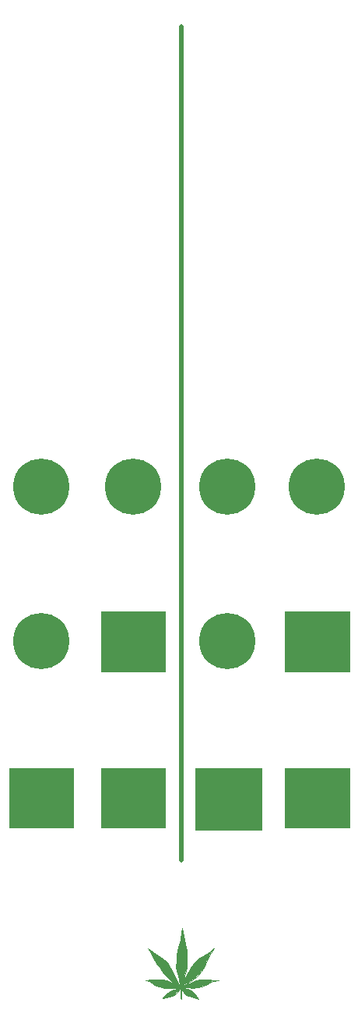
<source format=gbr>
G04 #@! TF.GenerationSoftware,KiCad,Pcbnew,(5.1.5-0)*
G04 #@! TF.CreationDate,2021-01-12T22:30:33-08:00*
G04 #@! TF.ProjectId,helveticascenario,68656c76-6574-4696-9361-7363656e6172,rev?*
G04 #@! TF.SameCoordinates,Original*
G04 #@! TF.FileFunction,Copper,L1,Top*
G04 #@! TF.FilePolarity,Positive*
%FSLAX46Y46*%
G04 Gerber Fmt 4.6, Leading zero omitted, Abs format (unit mm)*
G04 Created by KiCad (PCBNEW (5.1.5-0)) date 2021-01-12 22:30:33*
%MOMM*%
%LPD*%
G04 APERTURE LIST*
%ADD10C,0.100000*%
%ADD11C,0.500000*%
%ADD12C,6.100000*%
G04 APERTURE END LIST*
D10*
G36*
X8500000Y-356500000D02*
G01*
X1500000Y-356500000D01*
X1500000Y-350000000D01*
X8500000Y-350000000D01*
X8500000Y-356500000D01*
G37*
X8500000Y-356500000D02*
X1500000Y-356500000D01*
X1500000Y-350000000D01*
X8500000Y-350000000D01*
X8500000Y-356500000D01*
G36*
X18500000Y-356500000D02*
G01*
X11500000Y-356500000D01*
X11500000Y-350000000D01*
X18500000Y-350000000D01*
X18500000Y-356500000D01*
G37*
X18500000Y-356500000D02*
X11500000Y-356500000D01*
X11500000Y-350000000D01*
X18500000Y-350000000D01*
X18500000Y-356500000D01*
G36*
X29000000Y-356750000D02*
G01*
X21750000Y-356750000D01*
X21750000Y-350000000D01*
X29000000Y-350000000D01*
X29000000Y-356750000D01*
G37*
X29000000Y-356750000D02*
X21750000Y-356750000D01*
X21750000Y-350000000D01*
X29000000Y-350000000D01*
X29000000Y-356750000D01*
G36*
X38500000Y-356500000D02*
G01*
X31500000Y-356500000D01*
X31500000Y-350000000D01*
X38500000Y-350000000D01*
X38500000Y-356500000D01*
G37*
X38500000Y-356500000D02*
X31500000Y-356500000D01*
X31500000Y-350000000D01*
X38500000Y-350000000D01*
X38500000Y-356500000D01*
G36*
X38500000Y-339500000D02*
G01*
X31500000Y-339500000D01*
X31500000Y-333000000D01*
X38500000Y-333000000D01*
X38500000Y-339500000D01*
G37*
X38500000Y-339500000D02*
X31500000Y-339500000D01*
X31500000Y-333000000D01*
X38500000Y-333000000D01*
X38500000Y-339500000D01*
G36*
X18500000Y-339500000D02*
G01*
X11500000Y-339500000D01*
X11500000Y-333000000D01*
X18500000Y-333000000D01*
X18500000Y-339500000D01*
G37*
X18500000Y-339500000D02*
X11500000Y-339500000D01*
X11500000Y-333000000D01*
X18500000Y-333000000D01*
X18500000Y-339500000D01*
D11*
X20250000Y-269500000D02*
X20250000Y-360000000D01*
D10*
G36*
X16846400Y-369774900D02*
G01*
X17163900Y-370016200D01*
X17729050Y-370333700D01*
X18325950Y-370765500D01*
X18700600Y-371146500D01*
X19100650Y-371711650D01*
X19697550Y-372892750D01*
X19996000Y-373457900D01*
X20008700Y-373470600D01*
X19678500Y-373496000D01*
X19576900Y-373445200D01*
X19221300Y-373197550D01*
X18814900Y-372829250D01*
X18484700Y-372480000D01*
X18129100Y-372048200D01*
X17849700Y-371629100D01*
X17659200Y-371375100D01*
X17405200Y-370917900D01*
X17151200Y-370549600D01*
X16909900Y-370130500D01*
X16630500Y-369571700D01*
X16846400Y-369774900D01*
G37*
X16846400Y-369774900D02*
X17163900Y-370016200D01*
X17729050Y-370333700D01*
X18325950Y-370765500D01*
X18700600Y-371146500D01*
X19100650Y-371711650D01*
X19697550Y-372892750D01*
X19996000Y-373457900D01*
X20008700Y-373470600D01*
X19678500Y-373496000D01*
X19576900Y-373445200D01*
X19221300Y-373197550D01*
X18814900Y-372829250D01*
X18484700Y-372480000D01*
X18129100Y-372048200D01*
X17849700Y-371629100D01*
X17659200Y-371375100D01*
X17405200Y-370917900D01*
X17151200Y-370549600D01*
X16909900Y-370130500D01*
X16630500Y-369571700D01*
X16846400Y-369774900D01*
G36*
X18252925Y-372953075D02*
G01*
X18589475Y-373048325D01*
X18853000Y-373140400D01*
X19551500Y-373546800D01*
X19581980Y-373574740D01*
X19589600Y-373559500D01*
X19589600Y-373572200D01*
X19581980Y-373574740D01*
X19500700Y-373737300D01*
X19894400Y-373877000D01*
X19684850Y-373902400D01*
X19291150Y-373927800D01*
X18814900Y-373927800D01*
X18370400Y-373864300D01*
X17887800Y-373750000D01*
X17494100Y-373635700D01*
X17087700Y-373407100D01*
X16770200Y-373178500D01*
X16363800Y-373051500D01*
X17011500Y-373000700D01*
X17544900Y-372962600D01*
X18008450Y-372956250D01*
X18252925Y-372953075D01*
G37*
X18252925Y-372953075D02*
X18589475Y-373048325D01*
X18853000Y-373140400D01*
X19551500Y-373546800D01*
X19581980Y-373574740D01*
X19589600Y-373559500D01*
X19589600Y-373572200D01*
X19581980Y-373574740D01*
X19500700Y-373737300D01*
X19894400Y-373877000D01*
X19684850Y-373902400D01*
X19291150Y-373927800D01*
X18814900Y-373927800D01*
X18370400Y-373864300D01*
X17887800Y-373750000D01*
X17494100Y-373635700D01*
X17087700Y-373407100D01*
X16770200Y-373178500D01*
X16363800Y-373051500D01*
X17011500Y-373000700D01*
X17544900Y-372962600D01*
X18008450Y-372956250D01*
X18252925Y-372953075D01*
G36*
X20116650Y-374016700D02*
G01*
X19748350Y-374448500D01*
X19310200Y-374721550D01*
X18929200Y-374861250D01*
X18179900Y-375026350D01*
X18662500Y-374499300D01*
X19056200Y-374232600D01*
X19424500Y-374029400D01*
X19894400Y-373953200D01*
X19919800Y-373953200D01*
X20116650Y-374016700D01*
G37*
X20116650Y-374016700D02*
X19748350Y-374448500D01*
X19310200Y-374721550D01*
X18929200Y-374861250D01*
X18179900Y-375026350D01*
X18662500Y-374499300D01*
X19056200Y-374232600D01*
X19424500Y-374029400D01*
X19894400Y-373953200D01*
X19919800Y-373953200D01*
X20116650Y-374016700D01*
G36*
X20250000Y-373534100D02*
G01*
X20038862Y-373727775D01*
X20257937Y-373823025D01*
X21008825Y-374365950D01*
X20827850Y-374461200D01*
X20250000Y-374004000D01*
X20262700Y-375096200D01*
X20148400Y-374956500D01*
X20142050Y-374067500D01*
X20186500Y-374067500D01*
X19805500Y-373851600D01*
X19519750Y-373699200D01*
X19684850Y-373419800D01*
X20250000Y-373534100D01*
G37*
X20250000Y-373534100D02*
X20038862Y-373727775D01*
X20257937Y-373823025D01*
X21008825Y-374365950D01*
X20827850Y-374461200D01*
X20250000Y-374004000D01*
X20262700Y-375096200D01*
X20148400Y-374956500D01*
X20142050Y-374067500D01*
X20186500Y-374067500D01*
X19805500Y-373851600D01*
X19519750Y-373699200D01*
X19684850Y-373419800D01*
X20250000Y-373534100D01*
G36*
X20891350Y-373991300D02*
G01*
X21443800Y-374270700D01*
X21770825Y-374597725D01*
X21905763Y-374827913D01*
X22137538Y-375097788D01*
X21831150Y-375013650D01*
X21577150Y-374937450D01*
X21399350Y-374873950D01*
X21024700Y-374740600D01*
X20665925Y-374546925D01*
X20405575Y-374261175D01*
X20281750Y-374099250D01*
X20345250Y-374137350D01*
X20319850Y-374073850D01*
X20383350Y-373902400D01*
X20891350Y-373991300D01*
G37*
X20891350Y-373991300D02*
X21443800Y-374270700D01*
X21770825Y-374597725D01*
X21905763Y-374827913D01*
X22137538Y-375097788D01*
X21831150Y-375013650D01*
X21577150Y-374937450D01*
X21399350Y-374873950D01*
X21024700Y-374740600D01*
X20665925Y-374546925D01*
X20405575Y-374261175D01*
X20281750Y-374099250D01*
X20345250Y-374137350D01*
X20319850Y-374073850D01*
X20383350Y-373902400D01*
X20891350Y-373991300D01*
G36*
X23323400Y-372988000D02*
G01*
X23755200Y-373013400D01*
X24333207Y-373023943D01*
X23653600Y-373178500D01*
X23221800Y-373369000D01*
X22878900Y-373584900D01*
X22459800Y-373750000D01*
X21926400Y-373838900D01*
X21481900Y-373864300D01*
X20904050Y-373845250D01*
X20326200Y-373826200D01*
X20262700Y-373750000D01*
X20478600Y-373686500D01*
X20485585Y-373635700D01*
X20801815Y-373508700D01*
X21335850Y-373280100D01*
X21888300Y-373076900D01*
X22282000Y-372962600D01*
X22726500Y-372962600D01*
X23323400Y-372988000D01*
G37*
X23323400Y-372988000D02*
X23755200Y-373013400D01*
X24333207Y-373023943D01*
X23653600Y-373178500D01*
X23221800Y-373369000D01*
X22878900Y-373584900D01*
X22459800Y-373750000D01*
X21926400Y-373838900D01*
X21481900Y-373864300D01*
X20904050Y-373845250D01*
X20326200Y-373826200D01*
X20262700Y-373750000D01*
X20478600Y-373686500D01*
X20485585Y-373635700D01*
X20801815Y-373508700D01*
X21335850Y-373280100D01*
X21888300Y-373076900D01*
X22282000Y-372962600D01*
X22726500Y-372962600D01*
X23323400Y-372988000D01*
G36*
X23310700Y-370333700D02*
G01*
X23069400Y-370829000D01*
X22866200Y-371286200D01*
X22605850Y-371806900D01*
X22332800Y-372162500D01*
X22021650Y-372575250D01*
X21551750Y-372968950D01*
X21050100Y-373305500D01*
X19945200Y-373902400D01*
X19970600Y-373572200D01*
X20275400Y-373521400D01*
X20523050Y-373083250D01*
X20738950Y-372619700D01*
X20904050Y-372289500D01*
X21088200Y-371997400D01*
X21253300Y-371679900D01*
X21532700Y-371324300D01*
X21812100Y-371006800D01*
X22142300Y-370714700D01*
X22485200Y-370486100D01*
X22866200Y-370232100D01*
X23259900Y-369965400D01*
X23793300Y-369571700D01*
X23310700Y-370333700D01*
G37*
X23310700Y-370333700D02*
X23069400Y-370829000D01*
X22866200Y-371286200D01*
X22605850Y-371806900D01*
X22332800Y-372162500D01*
X22021650Y-372575250D01*
X21551750Y-372968950D01*
X21050100Y-373305500D01*
X19945200Y-373902400D01*
X19970600Y-373572200D01*
X20275400Y-373521400D01*
X20523050Y-373083250D01*
X20738950Y-372619700D01*
X20904050Y-372289500D01*
X21088200Y-371997400D01*
X21253300Y-371679900D01*
X21532700Y-371324300D01*
X21812100Y-371006800D01*
X22142300Y-370714700D01*
X22485200Y-370486100D01*
X22866200Y-370232100D01*
X23259900Y-369965400D01*
X23793300Y-369571700D01*
X23310700Y-370333700D01*
G36*
X20465900Y-368200100D02*
G01*
X20567500Y-368682700D01*
X20681800Y-369139900D01*
X20764350Y-369470100D01*
X20827850Y-369851100D01*
X20872300Y-370371800D01*
X20872300Y-370905200D01*
X20821500Y-371489400D01*
X20758000Y-372010100D01*
X20615125Y-372505400D01*
X20316675Y-373521400D01*
X20103950Y-373470600D01*
X19869000Y-372556200D01*
X19695962Y-371692600D01*
X19711837Y-370905200D01*
X19764225Y-370244800D01*
X19926150Y-369470100D01*
X20161100Y-368657300D01*
X20288100Y-367882600D01*
X20351600Y-367361900D01*
X20465900Y-368200100D01*
G37*
X20465900Y-368200100D02*
X20567500Y-368682700D01*
X20681800Y-369139900D01*
X20764350Y-369470100D01*
X20827850Y-369851100D01*
X20872300Y-370371800D01*
X20872300Y-370905200D01*
X20821500Y-371489400D01*
X20758000Y-372010100D01*
X20615125Y-372505400D01*
X20316675Y-373521400D01*
X20103950Y-373470600D01*
X19869000Y-372556200D01*
X19695962Y-371692600D01*
X19711837Y-370905200D01*
X19764225Y-370244800D01*
X19926150Y-369470100D01*
X20161100Y-368657300D01*
X20288100Y-367882600D01*
X20351600Y-367361900D01*
X20465900Y-368200100D01*
D12*
X35000000Y-353250000D03*
X25250000Y-353250000D03*
X15000000Y-353250000D03*
X5000000Y-353250000D03*
X5000000Y-336250000D03*
X15000000Y-336250000D03*
X25250000Y-336250000D03*
X35000000Y-336250000D03*
X35000000Y-319500000D03*
X25250000Y-319500000D03*
X15000000Y-319500000D03*
X5000000Y-319500000D03*
M02*

</source>
